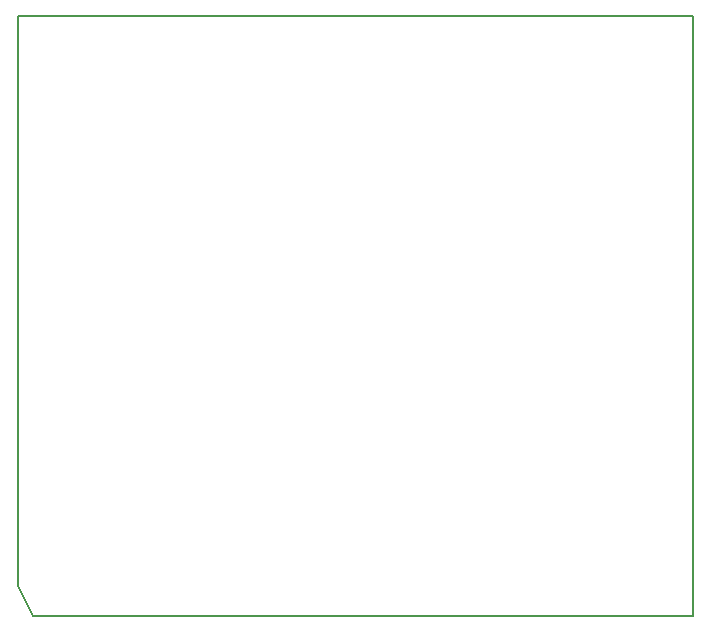
<source format=gm1>
G04 #@! TF.GenerationSoftware,KiCad,Pcbnew,5.0.2+dfsg1-1~bpo9+1*
G04 #@! TF.CreationDate,2020-04-14T03:07:08-04:00*
G04 #@! TF.ProjectId,attiny10,61747469-6e79-4313-902e-6b696361645f,0.10.a*
G04 #@! TF.SameCoordinates,Original*
G04 #@! TF.FileFunction,Profile,NP*
%FSLAX46Y46*%
G04 Gerber Fmt 4.6, Leading zero omitted, Abs format (unit mm)*
G04 Created by KiCad (PCBNEW 5.0.2+dfsg1-1~bpo9+1) date Tue 14 Apr 2020 03:07:08 AM EDT*
%MOMM*%
%LPD*%
G01*
G04 APERTURE LIST*
%ADD10C,0.200000*%
G04 APERTURE END LIST*
D10*
X30480000Y-54610000D02*
X87630000Y-54610000D01*
X30480000Y-102870000D02*
X30480000Y-54610000D01*
X31750000Y-105410000D02*
X30480000Y-102870000D01*
X87630000Y-105410000D02*
X31750000Y-105410000D01*
X87630000Y-54610000D02*
X87630000Y-105410000D01*
M02*

</source>
